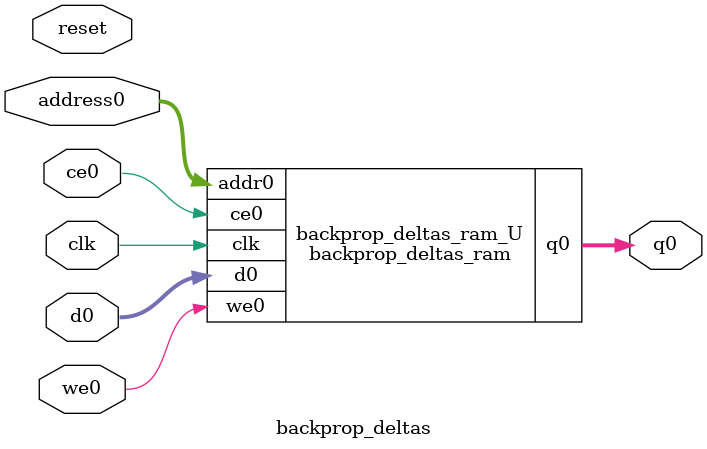
<source format=v>
`timescale 1 ns / 1 ps
module backprop_deltas_ram (addr0, ce0, d0, we0, q0,  clk);

parameter DWIDTH = 64;
parameter AWIDTH = 5;
parameter MEM_SIZE = 30;

input[AWIDTH-1:0] addr0;
input ce0;
input[DWIDTH-1:0] d0;
input we0;
output reg[DWIDTH-1:0] q0;
input clk;

(* ram_style = "block" *)reg [DWIDTH-1:0] ram[0:MEM_SIZE-1];




always @(posedge clk)  
begin 
    if (ce0) begin
        if (we0) 
            ram[addr0] <= d0; 
        q0 <= ram[addr0];
    end
end


endmodule

`timescale 1 ns / 1 ps
module backprop_deltas(
    reset,
    clk,
    address0,
    ce0,
    we0,
    d0,
    q0);

parameter DataWidth = 32'd64;
parameter AddressRange = 32'd30;
parameter AddressWidth = 32'd5;
input reset;
input clk;
input[AddressWidth - 1:0] address0;
input ce0;
input we0;
input[DataWidth - 1:0] d0;
output[DataWidth - 1:0] q0;



backprop_deltas_ram backprop_deltas_ram_U(
    .clk( clk ),
    .addr0( address0 ),
    .ce0( ce0 ),
    .we0( we0 ),
    .d0( d0 ),
    .q0( q0 ));

endmodule


</source>
